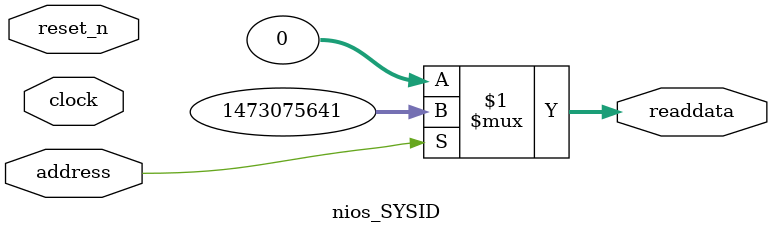
<source format=v>

`timescale 1ns / 1ps
// synthesis translate_on

// turn off superfluous verilog processor warnings 
// altera message_level Level1 
// altera message_off 10034 10035 10036 10037 10230 10240 10030 

module nios_SYSID (
               // inputs:
                address,
                clock,
                reset_n,

               // outputs:
                readdata
             )
;

  output  [ 31: 0] readdata;
  input            address;
  input            clock;
  input            reset_n;

  wire    [ 31: 0] readdata;
  //control_slave, which is an e_avalon_slave
  assign readdata = address ? 1473075641 : 0;

endmodule




</source>
